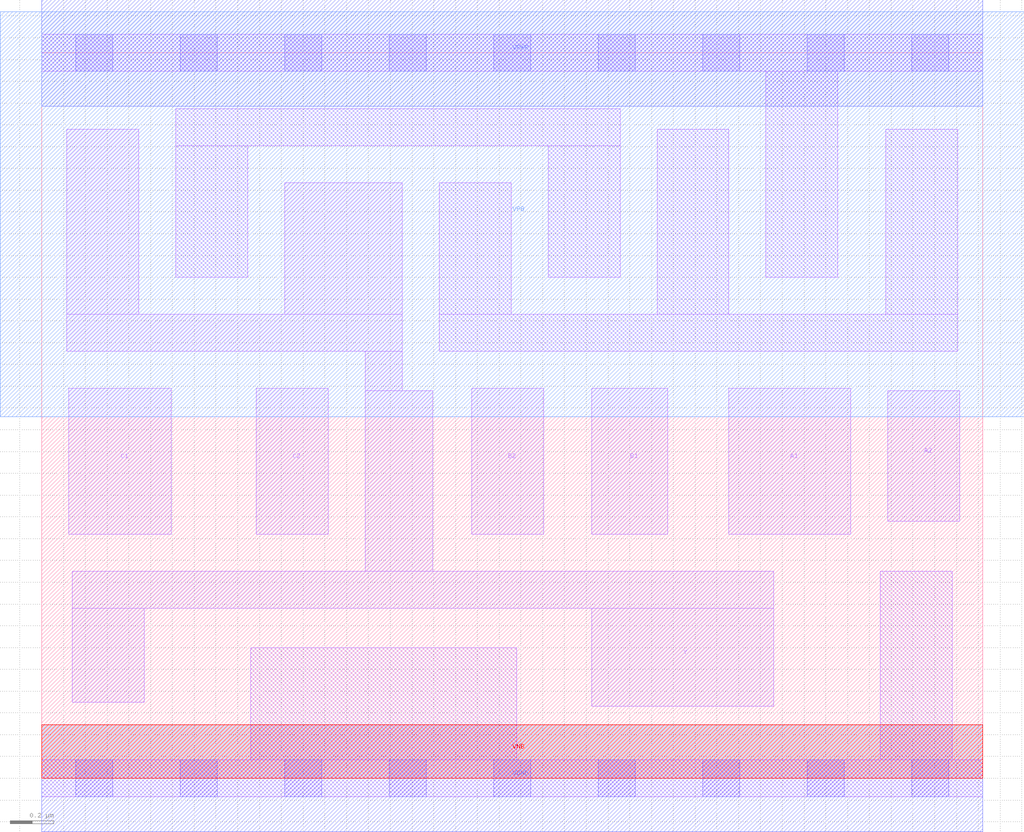
<source format=lef>
# Copyright 2020 The SkyWater PDK Authors
#
# Licensed under the Apache License, Version 2.0 (the "License");
# you may not use this file except in compliance with the License.
# You may obtain a copy of the License at
#
#     https://www.apache.org/licenses/LICENSE-2.0
#
# Unless required by applicable law or agreed to in writing, software
# distributed under the License is distributed on an "AS IS" BASIS,
# WITHOUT WARRANTIES OR CONDITIONS OF ANY KIND, either express or implied.
# See the License for the specific language governing permissions and
# limitations under the License.
#
# SPDX-License-Identifier: Apache-2.0

VERSION 5.7 ;
  NOWIREEXTENSIONATPIN ON ;
  DIVIDERCHAR "/" ;
  BUSBITCHARS "[]" ;
MACRO sky130_fd_sc_ls__a222oi_1
  CLASS CORE ;
  FOREIGN sky130_fd_sc_ls__a222oi_1 ;
  ORIGIN  0.000000  0.000000 ;
  SIZE  4.320000 BY  3.330000 ;
  SYMMETRY X Y ;
  SITE unit ;
  PIN A1
    ANTENNAGATEAREA  0.246000 ;
    DIRECTION INPUT ;
    USE SIGNAL ;
    PORT
      LAYER li1 ;
        RECT 3.155000 1.120000 3.715000 1.790000 ;
    END
  END A1
  PIN A2
    ANTENNAGATEAREA  0.246000 ;
    DIRECTION INPUT ;
    USE SIGNAL ;
    PORT
      LAYER li1 ;
        RECT 3.885000 1.180000 4.215000 1.780000 ;
    END
  END A2
  PIN B1
    ANTENNAGATEAREA  0.246000 ;
    DIRECTION INPUT ;
    USE SIGNAL ;
    PORT
      LAYER li1 ;
        RECT 2.525000 1.120000 2.875000 1.790000 ;
    END
  END B1
  PIN B2
    ANTENNAGATEAREA  0.246000 ;
    DIRECTION INPUT ;
    USE SIGNAL ;
    PORT
      LAYER li1 ;
        RECT 1.975000 1.120000 2.305000 1.790000 ;
    END
  END B2
  PIN C1
    ANTENNAGATEAREA  0.246000 ;
    DIRECTION INPUT ;
    USE SIGNAL ;
    PORT
      LAYER li1 ;
        RECT 0.125000 1.120000 0.595000 1.790000 ;
    END
  END C1
  PIN C2
    ANTENNAGATEAREA  0.246000 ;
    DIRECTION INPUT ;
    USE SIGNAL ;
    PORT
      LAYER li1 ;
        RECT 0.985000 1.120000 1.315000 1.790000 ;
    END
  END C2
  PIN Y
    ANTENNADIFFAREA  1.232000 ;
    DIRECTION OUTPUT ;
    USE SIGNAL ;
    PORT
      LAYER li1 ;
        RECT 0.115000 1.960000 1.655000 2.130000 ;
        RECT 0.115000 2.130000 0.445000 2.980000 ;
        RECT 0.140000 0.350000 0.470000 0.780000 ;
        RECT 0.140000 0.780000 3.360000 0.950000 ;
        RECT 1.115000 2.130000 1.655000 2.735000 ;
        RECT 1.485000 0.950000 1.795000 1.780000 ;
        RECT 1.485000 1.780000 1.655000 1.960000 ;
        RECT 2.525000 0.330000 3.360000 0.780000 ;
    END
  END Y
  PIN VGND
    DIRECTION INOUT ;
    SHAPE ABUTMENT ;
    USE GROUND ;
    PORT
      LAYER met1 ;
        RECT 0.000000 -0.245000 4.320000 0.245000 ;
    END
  END VGND
  PIN VNB
    DIRECTION INOUT ;
    USE GROUND ;
    PORT
      LAYER pwell ;
        RECT 0.000000 0.000000 4.320000 0.245000 ;
    END
  END VNB
  PIN VPB
    DIRECTION INOUT ;
    USE POWER ;
    PORT
      LAYER nwell ;
        RECT -0.190000 1.660000 4.510000 3.520000 ;
    END
  END VPB
  PIN VPWR
    DIRECTION INOUT ;
    SHAPE ABUTMENT ;
    USE POWER ;
    PORT
      LAYER met1 ;
        RECT 0.000000 3.085000 4.320000 3.575000 ;
    END
  END VPWR
  OBS
    LAYER li1 ;
      RECT 0.000000 -0.085000 4.320000 0.085000 ;
      RECT 0.000000  3.245000 4.320000 3.415000 ;
      RECT 0.615000  2.300000 0.945000 2.905000 ;
      RECT 0.615000  2.905000 2.655000 3.075000 ;
      RECT 0.960000  0.085000 2.180000 0.600000 ;
      RECT 1.825000  1.960000 4.205000 2.130000 ;
      RECT 1.825000  2.130000 2.155000 2.735000 ;
      RECT 2.325000  2.300000 2.655000 2.905000 ;
      RECT 2.825000  2.130000 3.155000 2.980000 ;
      RECT 3.325000  2.300000 3.655000 3.245000 ;
      RECT 3.850000  0.085000 4.180000 0.950000 ;
      RECT 3.875000  2.130000 4.205000 2.980000 ;
    LAYER mcon ;
      RECT 0.155000 -0.085000 0.325000 0.085000 ;
      RECT 0.155000  3.245000 0.325000 3.415000 ;
      RECT 0.635000 -0.085000 0.805000 0.085000 ;
      RECT 0.635000  3.245000 0.805000 3.415000 ;
      RECT 1.115000 -0.085000 1.285000 0.085000 ;
      RECT 1.115000  3.245000 1.285000 3.415000 ;
      RECT 1.595000 -0.085000 1.765000 0.085000 ;
      RECT 1.595000  3.245000 1.765000 3.415000 ;
      RECT 2.075000 -0.085000 2.245000 0.085000 ;
      RECT 2.075000  3.245000 2.245000 3.415000 ;
      RECT 2.555000 -0.085000 2.725000 0.085000 ;
      RECT 2.555000  3.245000 2.725000 3.415000 ;
      RECT 3.035000 -0.085000 3.205000 0.085000 ;
      RECT 3.035000  3.245000 3.205000 3.415000 ;
      RECT 3.515000 -0.085000 3.685000 0.085000 ;
      RECT 3.515000  3.245000 3.685000 3.415000 ;
      RECT 3.995000 -0.085000 4.165000 0.085000 ;
      RECT 3.995000  3.245000 4.165000 3.415000 ;
  END
END sky130_fd_sc_ls__a222oi_1
END LIBRARY

</source>
